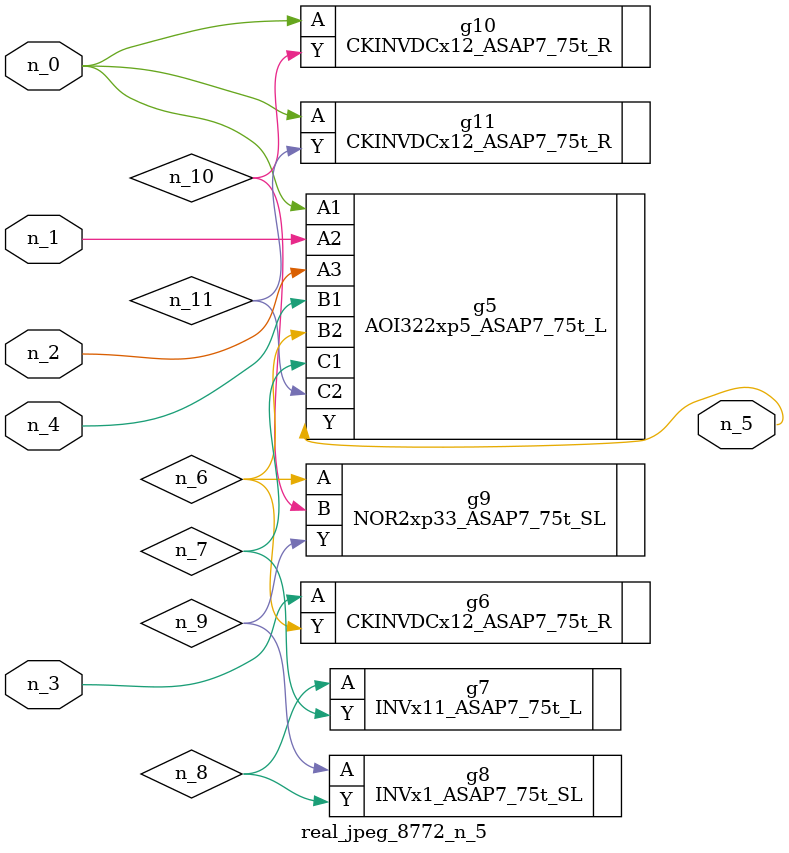
<source format=v>
module real_jpeg_8772_n_5 (n_4, n_0, n_1, n_2, n_3, n_5);

input n_4;
input n_0;
input n_1;
input n_2;
input n_3;

output n_5;

wire n_8;
wire n_11;
wire n_6;
wire n_7;
wire n_10;
wire n_9;

AOI322xp5_ASAP7_75t_L g5 ( 
.A1(n_0),
.A2(n_1),
.A3(n_2),
.B1(n_4),
.B2(n_6),
.C1(n_7),
.C2(n_11),
.Y(n_5)
);

CKINVDCx12_ASAP7_75t_R g10 ( 
.A(n_0),
.Y(n_10)
);

CKINVDCx12_ASAP7_75t_R g11 ( 
.A(n_0),
.Y(n_11)
);

CKINVDCx12_ASAP7_75t_R g6 ( 
.A(n_3),
.Y(n_6)
);

NOR2xp33_ASAP7_75t_SL g9 ( 
.A(n_6),
.B(n_10),
.Y(n_9)
);

INVx11_ASAP7_75t_L g7 ( 
.A(n_8),
.Y(n_7)
);

INVx1_ASAP7_75t_SL g8 ( 
.A(n_9),
.Y(n_8)
);


endmodule
</source>
